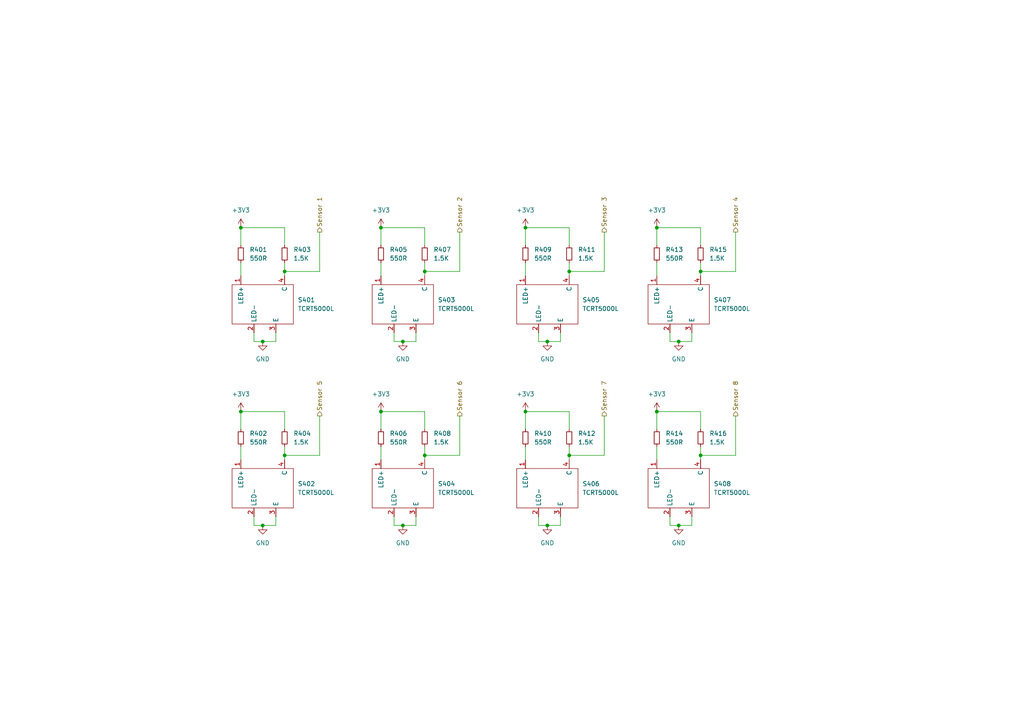
<source format=kicad_sch>
(kicad_sch (version 20211123) (generator eeschema)
  (paper "A4")
  (lib_symbols
    (symbol "Amoskeag-KiCAD-Lib:TCRT5000L"
      (property "Reference" "S" (at 0 2.54 0))
      (property "Value" "TCRT5000L" (at 0 0 0))
      (symbol "TCRT5000L_0_1"
        (rectangle (start -8.89 -7.62) (end 8.89 -19.05))
      )
      (symbol "TCRT5000L_1_1"
        (pin input line (at -6.35 -5.08 270) (length 2.54) (name "LED+") (number "1"))
        (pin power_in line (at -2.54 -21.59 90) (length 2.54) (name "LED-") (number "2"))
        (pin power_in line (at 3.81 -21.59 90) (length 2.54) (name "E") (number "3"))
        (pin power_in line (at 6.35 -5.08 270) (length 2.54) (name "C") (number "4"))
      )
    )
    (symbol "Device:R_Small" (pin_numbers hide) (pin_names (offset 0.254) hide)
      (property "Reference" "R" (at 0.762 0.508 0))
      (property "Value" "R_Small" (at 0.762 -1.016 0))
      (symbol "R_Small_0_1"
        (rectangle (start -0.762 1.778) (end 0.762 -1.778) (stroke (width 0.2032)))
      )
      (symbol "R_Small_1_1"
        (pin passive line (at 0 2.54 270) (length 0.762) (name "~") (number "1"))
        (pin passive line (at 0 -2.54 90) (length 0.762) (name "~") (number "2"))
      )
    )
    (symbol "power:+3V3" (power) (pin_names (offset 0))
      (property "Value" "+3V3" (at 0 3.556 0))
      (symbol "+3V3_0_1"
        (polyline (pts (xy -0.762 1.27) (xy 0 2.54)))
        (polyline (pts (xy 0 0) (xy 0 2.54)))
        (polyline (pts (xy 0 2.54) (xy 0.762 1.27)))
      )
      (symbol "+3V3_1_1"
        (pin power_in line (at 0 0 90) (length 0) hide (name "+3V3") (number "1"))
      )
    )
    (symbol "power:GND" (power) (pin_names (offset 0))
      (property "Value" "GND" (at 0 -3.81 0))
      (symbol "GND_0_1"
        (polyline (pts (xy 0 0) (xy 0 -1.27) (xy 1.27 -1.27) (xy 0 -2.54) (xy -1.27 -1.27) (xy 0 -1.27)))
      )
      (symbol "GND_1_1"
        (pin power_in line (at 0 0 270) (length 0) hide (name "GND") (number "1"))
      )
    )
  )
  (junction (at 69.85 119.38))
  (junction (at 152.4 119.38))
  (junction (at 196.85 99.06))
  (junction (at 158.75 99.06))
  (junction (at 190.5 119.38))
  (junction (at 82.55 78.74))
  (junction (at 165.1 132.08))
  (junction (at 76.2 152.4))
  (junction (at 196.85 152.4))
  (junction (at 110.49 66.04))
  (junction (at 123.19 132.08))
  (junction (at 110.49 119.38))
  (junction (at 165.1 78.74))
  (junction (at 203.2 132.08))
  (junction (at 116.84 152.4))
  (junction (at 190.5 66.04))
  (junction (at 152.4 66.04))
  (junction (at 76.2 99.06))
  (junction (at 82.55 132.08))
  (junction (at 203.2 78.74))
  (junction (at 69.85 66.04))
  (junction (at 158.75 152.4))
  (junction (at 123.19 78.74))
  (junction (at 116.84 99.06))
  (wire (pts (xy 190.5 66.04) (xy 190.5 71.12)))
  (wire (pts (xy 200.66 99.06) (xy 196.85 99.06)))
  (wire (pts (xy 175.26 120.65) (xy 175.26 132.08)))
  (wire (pts (xy 133.35 120.65) (xy 133.35 132.08)))
  (wire (pts (xy 92.71 132.08) (xy 82.55 132.08)))
  (wire (pts (xy 152.4 76.2) (xy 152.4 80.01)))
  (wire (pts (xy 203.2 66.04) (xy 190.5 66.04)))
  (wire (pts (xy 80.01 96.52) (xy 80.01 99.06)))
  (wire (pts (xy 165.1 132.08) (xy 165.1 133.35)))
  (wire (pts (xy 73.66 99.06) (xy 73.66 96.52)))
  (wire (pts (xy 110.49 119.38) (xy 110.49 124.46)))
  (wire (pts (xy 82.55 78.74) (xy 82.55 80.01)))
  (wire (pts (xy 165.1 124.46) (xy 165.1 119.38)))
  (wire (pts (xy 190.5 76.2) (xy 190.5 80.01)))
  (wire (pts (xy 114.3 99.06) (xy 114.3 96.52)))
  (wire (pts (xy 80.01 152.4) (xy 76.2 152.4)))
  (wire (pts (xy 133.35 78.74) (xy 123.19 78.74)))
  (wire (pts (xy 162.56 99.06) (xy 158.75 99.06)))
  (wire (pts (xy 120.65 96.52) (xy 120.65 99.06)))
  (wire (pts (xy 175.26 67.31) (xy 175.26 78.74)))
  (wire (pts (xy 203.2 78.74) (xy 203.2 80.01)))
  (wire (pts (xy 69.85 119.38) (xy 69.85 124.46)))
  (wire (pts (xy 194.31 99.06) (xy 194.31 96.52)))
  (wire (pts (xy 80.01 99.06) (xy 76.2 99.06)))
  (wire (pts (xy 69.85 129.54) (xy 69.85 133.35)))
  (wire (pts (xy 120.65 149.86) (xy 120.65 152.4)))
  (wire (pts (xy 203.2 124.46) (xy 203.2 119.38)))
  (wire (pts (xy 123.19 124.46) (xy 123.19 119.38)))
  (wire (pts (xy 69.85 76.2) (xy 69.85 80.01)))
  (wire (pts (xy 196.85 152.4) (xy 194.31 152.4)))
  (wire (pts (xy 82.55 76.2) (xy 82.55 78.74)))
  (wire (pts (xy 162.56 149.86) (xy 162.56 152.4)))
  (wire (pts (xy 213.36 67.31) (xy 213.36 78.74)))
  (wire (pts (xy 158.75 99.06) (xy 156.21 99.06)))
  (wire (pts (xy 110.49 129.54) (xy 110.49 133.35)))
  (wire (pts (xy 152.4 66.04) (xy 152.4 71.12)))
  (wire (pts (xy 152.4 129.54) (xy 152.4 133.35)))
  (wire (pts (xy 165.1 129.54) (xy 165.1 132.08)))
  (wire (pts (xy 158.75 152.4) (xy 156.21 152.4)))
  (wire (pts (xy 116.84 152.4) (xy 114.3 152.4)))
  (wire (pts (xy 76.2 99.06) (xy 73.66 99.06)))
  (wire (pts (xy 120.65 99.06) (xy 116.84 99.06)))
  (wire (pts (xy 123.19 76.2) (xy 123.19 78.74)))
  (wire (pts (xy 82.55 71.12) (xy 82.55 66.04)))
  (wire (pts (xy 123.19 129.54) (xy 123.19 132.08)))
  (wire (pts (xy 133.35 67.31) (xy 133.35 78.74)))
  (wire (pts (xy 203.2 76.2) (xy 203.2 78.74)))
  (wire (pts (xy 92.71 120.65) (xy 92.71 132.08)))
  (wire (pts (xy 82.55 132.08) (xy 82.55 133.35)))
  (wire (pts (xy 203.2 119.38) (xy 190.5 119.38)))
  (wire (pts (xy 165.1 71.12) (xy 165.1 66.04)))
  (wire (pts (xy 165.1 66.04) (xy 152.4 66.04)))
  (wire (pts (xy 73.66 152.4) (xy 73.66 149.86)))
  (wire (pts (xy 133.35 132.08) (xy 123.19 132.08)))
  (wire (pts (xy 123.19 71.12) (xy 123.19 66.04)))
  (wire (pts (xy 203.2 71.12) (xy 203.2 66.04)))
  (wire (pts (xy 203.2 129.54) (xy 203.2 132.08)))
  (wire (pts (xy 92.71 67.31) (xy 92.71 78.74)))
  (wire (pts (xy 190.5 119.38) (xy 190.5 124.46)))
  (wire (pts (xy 82.55 119.38) (xy 69.85 119.38)))
  (wire (pts (xy 165.1 76.2) (xy 165.1 78.74)))
  (wire (pts (xy 110.49 76.2) (xy 110.49 80.01)))
  (wire (pts (xy 156.21 99.06) (xy 156.21 96.52)))
  (wire (pts (xy 196.85 99.06) (xy 194.31 99.06)))
  (wire (pts (xy 194.31 152.4) (xy 194.31 149.86)))
  (wire (pts (xy 175.26 78.74) (xy 165.1 78.74)))
  (wire (pts (xy 200.66 96.52) (xy 200.66 99.06)))
  (wire (pts (xy 82.55 124.46) (xy 82.55 119.38)))
  (wire (pts (xy 82.55 66.04) (xy 69.85 66.04)))
  (wire (pts (xy 156.21 152.4) (xy 156.21 149.86)))
  (wire (pts (xy 76.2 152.4) (xy 73.66 152.4)))
  (wire (pts (xy 120.65 152.4) (xy 116.84 152.4)))
  (wire (pts (xy 69.85 66.04) (xy 69.85 71.12)))
  (wire (pts (xy 162.56 96.52) (xy 162.56 99.06)))
  (wire (pts (xy 213.36 132.08) (xy 203.2 132.08)))
  (wire (pts (xy 213.36 78.74) (xy 203.2 78.74)))
  (wire (pts (xy 165.1 78.74) (xy 165.1 80.01)))
  (wire (pts (xy 200.66 152.4) (xy 196.85 152.4)))
  (wire (pts (xy 200.66 149.86) (xy 200.66 152.4)))
  (wire (pts (xy 213.36 120.65) (xy 213.36 132.08)))
  (wire (pts (xy 92.71 78.74) (xy 82.55 78.74)))
  (wire (pts (xy 80.01 149.86) (xy 80.01 152.4)))
  (wire (pts (xy 110.49 66.04) (xy 110.49 71.12)))
  (wire (pts (xy 175.26 132.08) (xy 165.1 132.08)))
  (wire (pts (xy 116.84 99.06) (xy 114.3 99.06)))
  (wire (pts (xy 114.3 152.4) (xy 114.3 149.86)))
  (wire (pts (xy 123.19 119.38) (xy 110.49 119.38)))
  (wire (pts (xy 162.56 152.4) (xy 158.75 152.4)))
  (wire (pts (xy 82.55 129.54) (xy 82.55 132.08)))
  (wire (pts (xy 123.19 66.04) (xy 110.49 66.04)))
  (wire (pts (xy 190.5 129.54) (xy 190.5 133.35)))
  (wire (pts (xy 123.19 78.74) (xy 123.19 80.01)))
  (wire (pts (xy 123.19 132.08) (xy 123.19 133.35)))
  (wire (pts (xy 152.4 119.38) (xy 152.4 124.46)))
  (wire (pts (xy 165.1 119.38) (xy 152.4 119.38)))
  (wire (pts (xy 203.2 132.08) (xy 203.2 133.35)))
  (hierarchical_label "Sensor 2" (shape output) (at 133.35 67.31 90))
  (hierarchical_label "Sensor 6" (shape output) (at 133.35 120.65 90))
  (hierarchical_label "Sensor 5" (shape output) (at 92.71 120.65 90))
  (hierarchical_label "Sensor 4" (shape output) (at 213.36 67.31 90))
  (hierarchical_label "Sensor 7" (shape output) (at 175.26 120.65 90))
  (hierarchical_label "Sensor 1" (shape output) (at 92.71 67.31 90))
  (hierarchical_label "Sensor 8" (shape output) (at 213.36 120.65 90))
  (hierarchical_label "Sensor 3" (shape output) (at 175.26 67.31 90))
  (symbol (lib_id "Device:R_Small") (at 203.2 127 0) (unit 1)
    (property "Reference" "R416" (at 205.74 125.7299 0) (effects (justify left)))
    (property "Value" "1.5K" (at 205.74 128.2699 0) (effects (justify left)))
    (property "Footprint" "Resistor_SMD:R_0805_2012Metric" (effects hide))
  )
  (symbol (lib_id "power:+3V3") (at 190.5 119.38 0) (unit 1)
    (property "Reference" "#PWR0414" (effects hide))
    (property "Value" "+3V3" (at 190.5 114.3 0))
  )
  (symbol (lib_id "power:+3V3") (at 152.4 119.38 0) (unit 1)
    (property "Reference" "#PWR0410" (effects hide))
    (property "Value" "+3V3" (at 152.4 114.3 0))
  )
  (symbol (lib_id "Device:R_Small") (at 123.19 73.66 0) (unit 1)
    (property "Reference" "R407" (at 125.73 72.3899 0) (effects (justify left)))
    (property "Value" "1.5K" (at 125.73 74.9299 0) (effects (justify left)))
    (property "Footprint" "Resistor_SMD:R_0805_2012Metric" (effects hide))
  )
  (symbol (lib_id "Amoskeag-KiCAD-Lib:TCRT5000L") (at 196.85 74.93 0) (unit 1)
    (property "Reference" "S407" (at 207.01 86.9949 0) (effects (justify left)))
    (property "Value" "TCRT5000L" (at 207.01 89.5349 0) (effects (justify left)))
    (property "Footprint" "Amoskeag_KiCAD_Lib:TCRT5000L" (effects hide))
    (property "Datasheet" "https://www.vishay.com/docs/83760/tcrt5000.pdf" (effects hide))
  )
  (symbol (lib_id "Amoskeag-KiCAD-Lib:TCRT5000L") (at 116.84 128.27 0) (unit 1)
    (property "Reference" "S404" (at 127 140.3349 0) (effects (justify left)))
    (property "Value" "TCRT5000L" (at 127 142.8749 0) (effects (justify left)))
    (property "Footprint" "Amoskeag_KiCAD_Lib:TCRT5000L" (effects hide))
    (property "Datasheet" "https://www.vishay.com/docs/83760/tcrt5000.pdf" (effects hide))
  )
  (symbol (lib_id "Amoskeag-KiCAD-Lib:TCRT5000L") (at 116.84 74.93 0) (unit 1)
    (property "Reference" "S403" (at 127 86.9949 0) (effects (justify left)))
    (property "Value" "TCRT5000L" (at 127 89.5349 0) (effects (justify left)))
    (property "Footprint" "Amoskeag_KiCAD_Lib:TCRT5000L" (effects hide))
    (property "Datasheet" "https://www.vishay.com/docs/83760/tcrt5000.pdf" (effects hide))
  )
  (symbol (lib_id "Amoskeag-KiCAD-Lib:TCRT5000L") (at 158.75 128.27 0) (unit 1)
    (property "Reference" "S406" (at 168.91 140.3349 0) (effects (justify left)))
    (property "Value" "TCRT5000L" (at 168.91 142.8749 0) (effects (justify left)))
    (property "Footprint" "Amoskeag_KiCAD_Lib:TCRT5000L" (effects hide))
    (property "Datasheet" "https://www.vishay.com/docs/83760/tcrt5000.pdf" (effects hide))
  )
  (symbol (lib_id "Device:R_Small") (at 110.49 73.66 0) (unit 1)
    (property "Reference" "R405" (at 113.03 72.3899 0) (effects (justify left)))
    (property "Value" "550R" (at 113.03 74.9299 0) (effects (justify left)))
    (property "Footprint" "Resistor_SMD:R_0805_2012Metric" (effects hide))
  )
  (symbol (lib_id "Device:R_Small") (at 203.2 73.66 0) (unit 1)
    (property "Reference" "R415" (at 205.74 72.3899 0) (effects (justify left)))
    (property "Value" "1.5K" (at 205.74 74.9299 0) (effects (justify left)))
    (property "Footprint" "Resistor_SMD:R_0805_2012Metric" (effects hide))
  )
  (symbol (lib_id "power:+3V3") (at 110.49 119.38 0) (unit 1)
    (property "Reference" "#PWR0406" (effects hide))
    (property "Value" "+3V3" (at 110.49 114.3 0))
  )
  (symbol (lib_id "Device:R_Small") (at 190.5 73.66 0) (unit 1)
    (property "Reference" "R413" (at 193.04 72.3899 0) (effects (justify left)))
    (property "Value" "550R" (at 193.04 74.9299 0) (effects (justify left)))
    (property "Footprint" "Resistor_SMD:R_0805_2012Metric" (effects hide))
  )
  (symbol (lib_id "Amoskeag-KiCAD-Lib:TCRT5000L") (at 76.2 74.93 0) (unit 1)
    (property "Reference" "S401" (at 86.36 86.9949 0) (effects (justify left)))
    (property "Value" "TCRT5000L" (at 86.36 89.5349 0) (effects (justify left)))
    (property "Footprint" "Amoskeag_KiCAD_Lib:TCRT5000L" (effects hide))
    (property "Datasheet" "https://www.vishay.com/docs/83760/tcrt5000.pdf" (effects hide))
  )
  (symbol (lib_id "power:+3V3") (at 69.85 119.38 0) (unit 1)
    (property "Reference" "#PWR0402" (effects hide))
    (property "Value" "+3V3" (at 69.85 114.3 0))
  )
  (symbol (lib_id "power:GND") (at 196.85 152.4 0) (unit 1)
    (property "Reference" "#PWR0416" (effects hide))
    (property "Value" "GND" (at 196.85 157.48 0))
  )
  (symbol (lib_id "power:+3V3") (at 69.85 66.04 0) (unit 1)
    (property "Reference" "#PWR0401" (effects hide))
    (property "Value" "+3V3" (at 69.85 60.96 0))
  )
  (symbol (lib_id "power:GND") (at 158.75 152.4 0) (unit 1)
    (property "Reference" "#PWR0412" (effects hide))
    (property "Value" "GND" (at 158.75 157.48 0))
  )
  (symbol (lib_id "Device:R_Small") (at 190.5 127 0) (unit 1)
    (property "Reference" "R414" (at 193.04 125.7299 0) (effects (justify left)))
    (property "Value" "550R" (at 193.04 128.2699 0) (effects (justify left)))
    (property "Footprint" "Resistor_SMD:R_0805_2012Metric" (effects hide))
  )
  (symbol (lib_id "power:GND") (at 158.75 99.06 0) (unit 1)
    (property "Reference" "#PWR0411" (effects hide))
    (property "Value" "GND" (at 158.75 104.14 0))
  )
  (symbol (lib_id "power:GND") (at 116.84 99.06 0) (unit 1)
    (property "Reference" "#PWR0407" (effects hide))
    (property "Value" "GND" (at 116.84 104.14 0))
  )
  (symbol (lib_id "power:GND") (at 116.84 152.4 0) (unit 1)
    (property "Reference" "#PWR0408" (effects hide))
    (property "Value" "GND" (at 116.84 157.48 0))
  )
  (symbol (lib_id "power:GND") (at 76.2 152.4 0) (unit 1)
    (property "Reference" "#PWR0404" (effects hide))
    (property "Value" "GND" (at 76.2 157.48 0))
  )
  (symbol (lib_id "Device:R_Small") (at 123.19 127 0) (unit 1)
    (property "Reference" "R408" (at 125.73 125.7299 0) (effects (justify left)))
    (property "Value" "1.5K" (at 125.73 128.2699 0) (effects (justify left)))
    (property "Footprint" "Resistor_SMD:R_0805_2012Metric" (effects hide))
  )
  (symbol (lib_id "power:GND") (at 196.85 99.06 0) (unit 1)
    (property "Reference" "#PWR0415" (effects hide))
    (property "Value" "GND" (at 196.85 104.14 0))
  )
  (symbol (lib_id "Device:R_Small") (at 69.85 73.66 0) (unit 1)
    (property "Reference" "R401" (at 72.39 72.3899 0) (effects (justify left)))
    (property "Value" "550R" (at 72.39 74.9299 0) (effects (justify left)))
    (property "Footprint" "Resistor_SMD:R_0805_2012Metric" (effects hide))
  )
  (symbol (lib_id "Device:R_Small") (at 165.1 127 0) (unit 1)
    (property "Reference" "R412" (at 167.64 125.7299 0) (effects (justify left)))
    (property "Value" "1.5K" (at 167.64 128.2699 0) (effects (justify left)))
    (property "Footprint" "Resistor_SMD:R_0805_2012Metric" (effects hide))
  )
  (symbol (lib_id "Device:R_Small") (at 165.1 73.66 0) (unit 1)
    (property "Reference" "R411" (at 167.64 72.3899 0) (effects (justify left)))
    (property "Value" "1.5K" (at 167.64 74.9299 0) (effects (justify left)))
    (property "Footprint" "Resistor_SMD:R_0805_2012Metric" (effects hide))
  )
  (symbol (lib_id "power:+3V3") (at 110.49 66.04 0) (unit 1)
    (property "Reference" "#PWR0405" (effects hide))
    (property "Value" "+3V3" (at 110.49 60.96 0))
  )
  (symbol (lib_id "Amoskeag-KiCAD-Lib:TCRT5000L") (at 196.85 128.27 0) (unit 1)
    (property "Reference" "S408" (at 207.01 140.3349 0) (effects (justify left)))
    (property "Value" "TCRT5000L" (at 207.01 142.8749 0) (effects (justify left)))
    (property "Footprint" "Amoskeag_KiCAD_Lib:TCRT5000L" (effects hide))
    (property "Datasheet" "https://www.vishay.com/docs/83760/tcrt5000.pdf" (effects hide))
  )
  (symbol (lib_id "power:+3V3") (at 190.5 66.04 0) (unit 1)
    (property "Reference" "#PWR0413" (effects hide))
    (property "Value" "+3V3" (at 190.5 60.96 0))
  )
  (symbol (lib_id "Amoskeag-KiCAD-Lib:TCRT5000L") (at 158.75 74.93 0) (unit 1)
    (property "Reference" "S405" (at 168.91 86.9949 0) (effects (justify left)))
    (property "Value" "TCRT5000L" (at 168.91 89.5349 0) (effects (justify left)))
    (property "Footprint" "Amoskeag_KiCAD_Lib:TCRT5000L" (effects hide))
    (property "Datasheet" "https://www.vishay.com/docs/83760/tcrt5000.pdf" (effects hide))
  )
  (symbol (lib_id "Device:R_Small") (at 110.49 127 0) (unit 1)
    (property "Reference" "R406" (at 113.03 125.7299 0) (effects (justify left)))
    (property "Value" "550R" (at 113.03 128.2699 0) (effects (justify left)))
    (property "Footprint" "Resistor_SMD:R_0805_2012Metric" (effects hide))
  )
  (symbol (lib_id "Device:R_Small") (at 82.55 73.66 0) (unit 1)
    (property "Reference" "R403" (at 85.09 72.3899 0) (effects (justify left)))
    (property "Value" "1.5K" (at 85.09 74.9299 0) (effects (justify left)))
    (property "Footprint" "Resistor_SMD:R_0805_2012Metric" (effects hide))
  )
  (symbol (lib_id "Device:R_Small") (at 82.55 127 0) (unit 1)
    (property "Reference" "R404" (at 85.09 125.7299 0) (effects (justify left)))
    (property "Value" "1.5K" (at 85.09 128.2699 0) (effects (justify left)))
    (property "Footprint" "Resistor_SMD:R_0805_2012Metric" (effects hide))
  )
  (symbol (lib_id "Amoskeag-KiCAD-Lib:TCRT5000L") (at 76.2 128.27 0) (unit 1)
    (property "Reference" "S402" (at 86.36 140.3349 0) (effects (justify left)))
    (property "Value" "TCRT5000L" (at 86.36 142.8749 0) (effects (justify left)))
    (property "Footprint" "Amoskeag_KiCAD_Lib:TCRT5000L" (effects hide))
    (property "Datasheet" "https://www.vishay.com/docs/83760/tcrt5000.pdf" (effects hide))
  )
  (symbol (lib_id "power:+3V3") (at 152.4 66.04 0) (unit 1)
    (property "Reference" "#PWR0409" (effects hide))
    (property "Value" "+3V3" (at 152.4 60.96 0))
  )
  (symbol (lib_id "Device:R_Small") (at 69.85 127 0) (unit 1)
    (property "Reference" "R402" (at 72.39 125.7299 0) (effects (justify left)))
    (property "Value" "550R" (at 72.39 128.2699 0) (effects (justify left)))
    (property "Footprint" "Resistor_SMD:R_0805_2012Metric" (effects hide))
  )
  (symbol (lib_id "Device:R_Small") (at 152.4 73.66 0) (unit 1)
    (property "Reference" "R409" (at 154.94 72.3899 0) (effects (justify left)))
    (property "Value" "550R" (at 154.94 74.9299 0) (effects (justify left)))
    (property "Footprint" "Resistor_SMD:R_0805_2012Metric" (effects hide))
  )
  (symbol (lib_id "Device:R_Small") (at 152.4 127 0) (unit 1)
    (property "Reference" "R410" (at 154.94 125.7299 0) (effects (justify left)))
    (property "Value" "550R" (at 154.94 128.2699 0) (effects (justify left)))
    (property "Footprint" "Resistor_SMD:R_0805_2012Metric" (effects hide))
  )
  (symbol (lib_id "power:GND") (at 76.2 99.06 0) (unit 1)
    (property "Reference" "#PWR0403" (effects hide))
    (property "Value" "GND" (at 76.2 104.14 0))
  )
)
</source>
